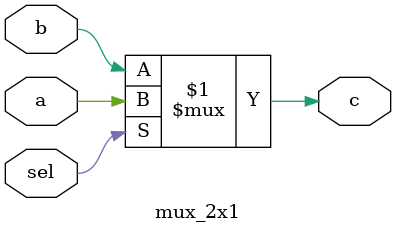
<source format=v>

module mux_2x1 (
    input  a, b, sel,
    output c
);

    // Ternary: sel high selects 'a', sel low selects 'b'
    assign c = sel ? a : b;

endmodule

</source>
